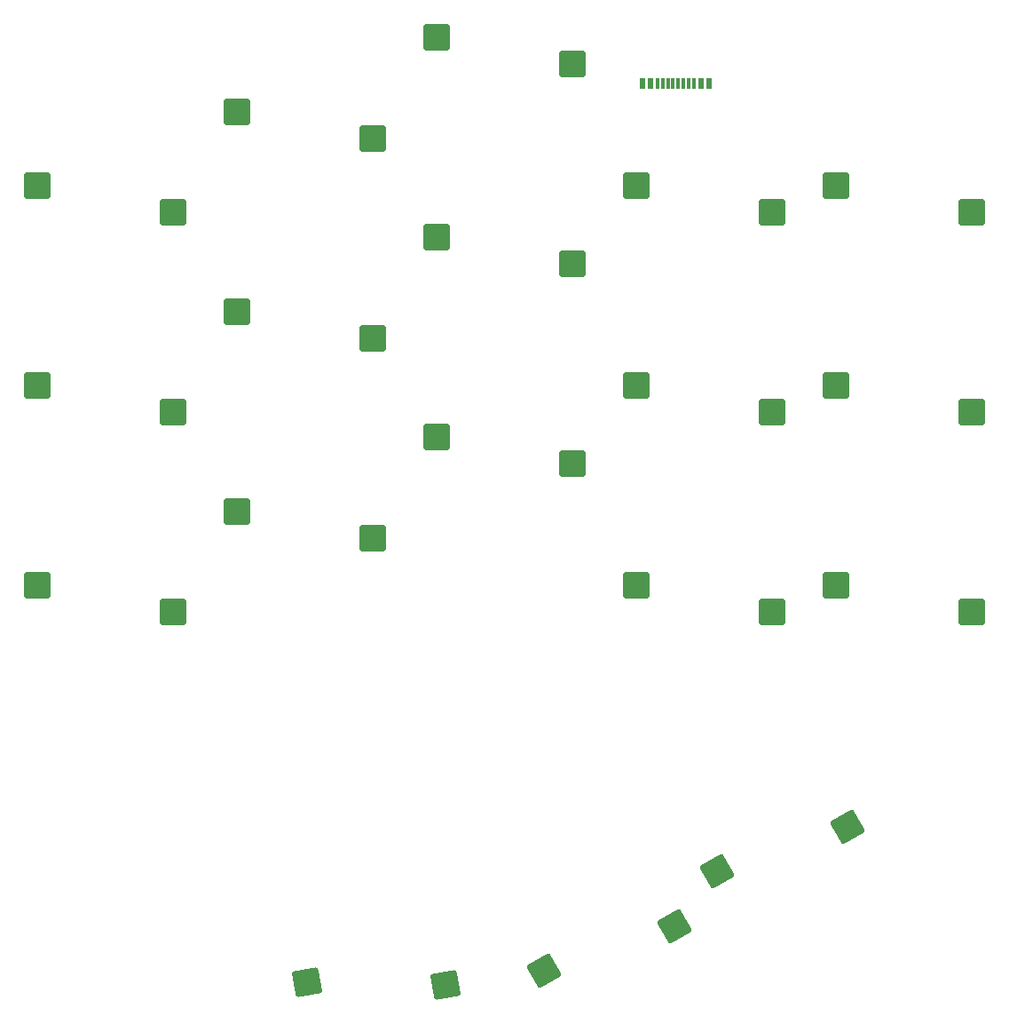
<source format=gbr>
%TF.GenerationSoftware,KiCad,Pcbnew,7.0.9-7.0.9~ubuntu22.04.1*%
%TF.CreationDate,2023-11-28T13:07:08+03:00*%
%TF.ProjectId,Keeb,4b656562-2e6b-4696-9361-645f70636258,rev?*%
%TF.SameCoordinates,Original*%
%TF.FileFunction,Paste,Top*%
%TF.FilePolarity,Positive*%
%FSLAX46Y46*%
G04 Gerber Fmt 4.6, Leading zero omitted, Abs format (unit mm)*
G04 Created by KiCad (PCBNEW 7.0.9-7.0.9~ubuntu22.04.1) date 2023-11-28 13:07:08*
%MOMM*%
%LPD*%
G01*
G04 APERTURE LIST*
G04 Aperture macros list*
%AMRoundRect*
0 Rectangle with rounded corners*
0 $1 Rounding radius*
0 $2 $3 $4 $5 $6 $7 $8 $9 X,Y pos of 4 corners*
0 Add a 4 corners polygon primitive as box body*
4,1,4,$2,$3,$4,$5,$6,$7,$8,$9,$2,$3,0*
0 Add four circle primitives for the rounded corners*
1,1,$1+$1,$2,$3*
1,1,$1+$1,$4,$5*
1,1,$1+$1,$6,$7*
1,1,$1+$1,$8,$9*
0 Add four rect primitives between the rounded corners*
20,1,$1+$1,$2,$3,$4,$5,0*
20,1,$1+$1,$4,$5,$6,$7,0*
20,1,$1+$1,$6,$7,$8,$9,0*
20,1,$1+$1,$8,$9,$2,$3,0*%
G04 Aperture macros list end*
%ADD10R,0.600000X1.140000*%
%ADD11R,0.300000X1.140000*%
%ADD12RoundRect,0.250000X1.025000X1.000000X-1.025000X1.000000X-1.025000X-1.000000X1.025000X-1.000000X0*%
%ADD13RoundRect,0.250000X0.387676X1.378525X-1.387676X0.353525X-0.387676X-1.378525X1.387676X-0.353525X0*%
%ADD14RoundRect,0.250000X0.835780X1.162797X-1.183076X0.806818X-0.835780X-1.162797X1.183076X-0.806818X0*%
G04 APERTURE END LIST*
D10*
%TO.C,J1*%
X169865000Y-40790000D03*
X169065000Y-40790000D03*
D11*
X167915000Y-40790000D03*
X166915000Y-40790000D03*
X166415000Y-40790000D03*
X165415000Y-40790000D03*
D10*
X163465000Y-40790000D03*
X164265000Y-40790000D03*
D11*
X164915000Y-40790000D03*
X165915000Y-40790000D03*
X167415000Y-40790000D03*
X168415000Y-40790000D03*
%TD*%
D12*
%TO.C,SW3*%
X118690000Y-53077944D03*
X105763000Y-50537944D03*
%TD*%
%TO.C,SW4*%
X118690000Y-72127944D03*
X105763000Y-69587944D03*
%TD*%
%TO.C,SW5*%
X118690000Y-91177944D03*
X105763000Y-88637944D03*
%TD*%
%TO.C,SW6*%
X137740000Y-46027944D03*
X124813000Y-43487944D03*
%TD*%
%TO.C,SW7*%
X137740000Y-65077944D03*
X124813000Y-62537944D03*
%TD*%
%TO.C,SW8*%
X137740000Y-84127944D03*
X124813000Y-81587944D03*
%TD*%
%TO.C,SW9*%
X156790000Y-38977944D03*
X143863000Y-36437944D03*
%TD*%
%TO.C,SW10*%
X156790000Y-58027944D03*
X143863000Y-55487944D03*
%TD*%
%TO.C,SW11*%
X156790000Y-77077944D03*
X143863000Y-74537944D03*
%TD*%
%TO.C,SW13*%
X175840000Y-53077944D03*
X162913000Y-50537944D03*
%TD*%
%TO.C,SW14*%
X175840000Y-72127944D03*
X162913000Y-69587944D03*
%TD*%
%TO.C,SW15*%
X175840000Y-91177944D03*
X162913000Y-88637944D03*
%TD*%
D13*
%TO.C,SW16*%
X166583433Y-121165306D03*
X154118323Y-125429102D03*
%TD*%
D12*
%TO.C,SW17*%
X194890000Y-53077944D03*
X181963000Y-50537944D03*
%TD*%
%TO.C,SW18*%
X194890000Y-72127944D03*
X181963000Y-69587944D03*
%TD*%
%TO.C,SW19*%
X194890000Y-91177944D03*
X181963000Y-88637944D03*
%TD*%
D13*
%TO.C,SW20*%
X183081217Y-111640306D03*
X170616107Y-115904102D03*
%TD*%
D14*
%TO.C,SW1*%
X144669120Y-126736158D03*
X131497443Y-126479496D03*
%TD*%
M02*

</source>
